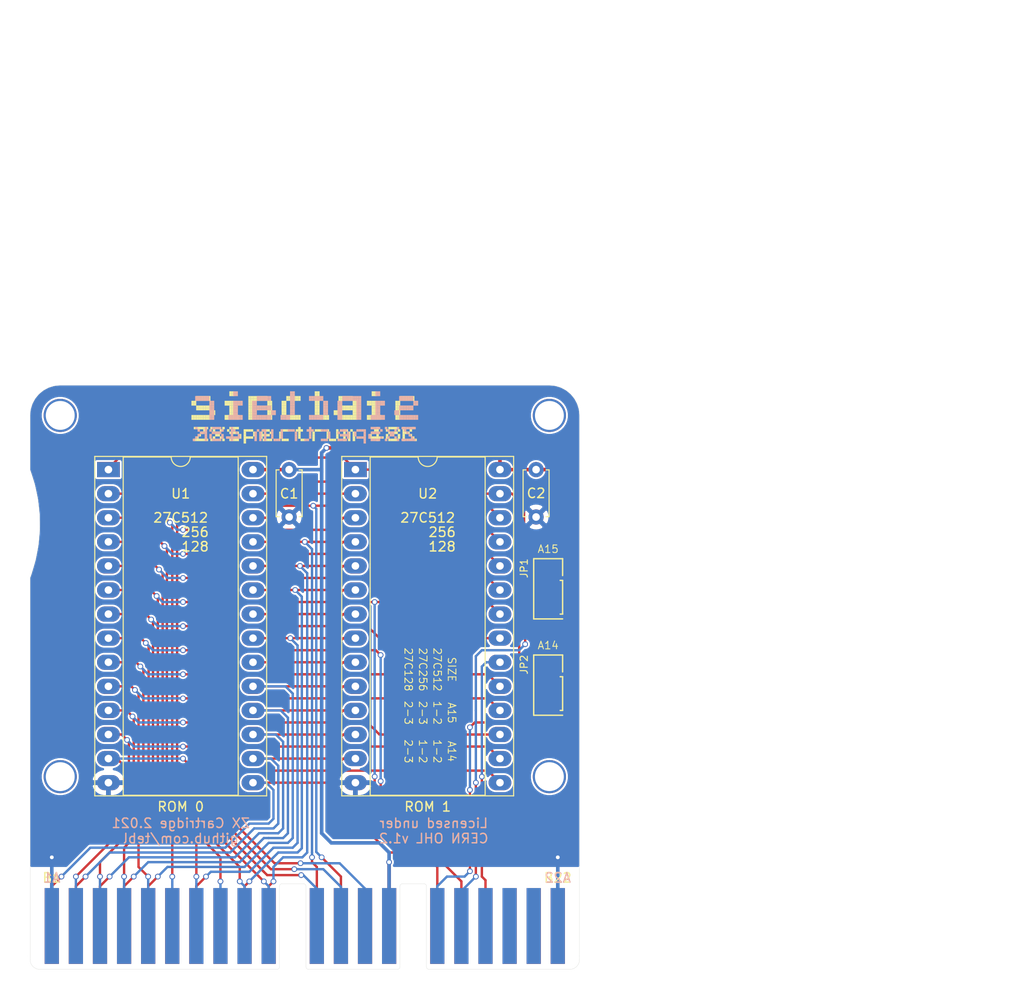
<source format=kicad_pcb>
(kicad_pcb (version 20171130) (host pcbnew "(5.1.8)-1")
  (layers (0 F.Cu signal) (31 B.Cu signal) (34 B.Paste user) (35 F.Paste user) (36 B.SilkS user) (37 F.SilkS user) (38 B.Mask user) (39 F.Mask user) (44 Edge.Cuts user))
  (net 0 "")
  (net 1 /A12)
  (net 2 /A7)
  (net 3 /A6)
  (net 4 /A5)
  (net 5 /A4)
  (net 6 /A3)
  (net 7 /A10)
  (net 8 /A2)
  (net 9 /A1)
  (net 10 /A11)
  (net 11 /A0)
  (net 12 /A9)
  (net 13 /A8)
  (net 14 GND)
  (net 15 VCC)
  (net 16 /D7)
  (net 17 /D6)
  (net 18 /D5)
  (net 19 /D4)
  (net 20 /D3)
  (net 21 /D2)
  (net 22 /D1)
  (net 23 /D0)
  (net 24 /A13)
  (net 25 /~ROM_0)
  (net 26 /~ROM_OE)
  (net 27 /BA14)
  (net 28 /BA15)
  (net 29 /~ROM_1)
  (net 30 "Net-(J1-PadB18)")
  (net 31 "Net-(J1-PadB17)")
  (module zx_spectrum:ZX_Spectrum_Cartridge (layer F.Cu) (at 150.495 116.078)
    (fp_text reference J1 hide)
    (fp_text value Cartridge hide)
    (fp_text user B22 (at 25.4 -5.08) (layer F.SilkS))
    (fp_text user B1 (at -27.94 -5.08) (layer F.SilkS))
    (fp_text user A1 (at -27.94 -5.08) (layer B.SilkS) (effects (justify mirror)))
    (fp_text user A22 (at 25.4 -5.08) (layer B.SilkS) (effects (justify mirror)))
    (pad B22 connect rect (at 25.4 0) (size 1.5 8) (layers B.Cu B.Mask) (net 14 GND))
    (pad B21 connect rect (at 22.86 0) (size 1.5 8) (layers B.Cu B.Mask))
    (pad B20 connect rect (at 20.32 0) (size 1.5 8) (layers B.Cu B.Mask))
    (pad B19 connect rect (at 17.78 0) (size 1.5 8) (layers B.Cu B.Mask))
    (pad B18 connect rect (at 15.24 0) (size 1.5 8) (layers B.Cu B.Mask) (net 30 "Net-(J1-PadB18)"))
    (pad B17 connect rect (at 12.7 0) (size 1.5 8) (layers B.Cu B.Mask) (net 31 "Net-(J1-PadB17)"))
    (pad B15 connect rect (at 7.62 0) (size 1.5 8) (layers B.Cu B.Mask) (net 15 VCC))
    (pad B14 connect rect (at 5.08 0) (size 1.5 8) (layers B.Cu B.Mask) (net 1 /A12))
    (pad B13 connect rect (at 2.54 0) (size 1.5 8) (layers B.Cu B.Mask) (net 2 /A7))
    (pad B12 connect rect (at 0 0) (size 1.5 8) (layers B.Cu B.Mask) (net 3 /A6))
    (pad B10 connect rect (at -5.08 0) (size 1.5 8) (layers B.Cu B.Mask) (net 4 /A5))
    (pad B9 connect rect (at -7.62 0) (size 1.5 8) (layers B.Cu B.Mask) (net 5 /A4))
    (pad B8 connect rect (at -10.16 0) (size 1.5 8) (layers B.Cu B.Mask) (net 6 /A3))
    (pad B7 connect rect (at -12.7 0) (size 1.5 8) (layers B.Cu B.Mask) (net 8 /A2))
    (pad B6 connect rect (at -15.24 0) (size 1.5 8) (layers B.Cu B.Mask) (net 9 /A1))
    (pad B5 connect rect (at -17.78 0) (size 1.5 8) (layers B.Cu B.Mask) (net 11 /A0))
    (pad B4 connect rect (at -20.32 0) (size 1.5 8) (layers B.Cu B.Mask) (net 23 /D0))
    (pad B3 connect rect (at -22.86 0) (size 1.5 8) (layers B.Cu B.Mask) (net 22 /D1))
    (pad B2 connect rect (at -25.4 0) (size 1.5 8) (layers B.Cu B.Mask) (net 21 /D2))
    (pad A22 connect rect (at 25.4 0) (size 1.5 8) (layers F.Cu B.Mask))
    (pad A21 connect rect (at 22.86 0) (size 1.5 8) (layers F.Cu B.Mask))
    (pad A20 connect rect (at 20.32 0) (size 1.5 8) (layers F.Cu B.Mask))
    (pad A19 connect rect (at 17.78 0) (size 1.5 8) (layers F.Cu B.Mask) (net 29 /~ROM_1))
    (pad A18 connect rect (at 15.24 0) (size 1.5 8) (layers F.Cu B.Mask) (net 25 /~ROM_0))
    (pad A17 connect rect (at 12.7 0) (size 1.5 8) (layers F.Cu B.Mask) (net 26 /~ROM_OE))
    (pad A15 connect rect (at 7.62 0) (size 1.5 8) (layers F.Cu B.Mask) (net 15 VCC))
    (pad A14 connect rect (at 5.08 0) (size 1.5 8) (layers F.Cu B.Mask))
    (pad A13 connect rect (at 2.54 0) (size 1.5 8) (layers F.Cu B.Mask) (net 24 /A13))
    (pad A12 connect rect (at 0 0) (size 1.5 8) (layers F.Cu B.Mask) (net 13 /A8))
    (pad A10 connect rect (at -5.08 0) (size 1.5 8) (layers F.Cu B.Mask) (net 12 /A9))
    (pad A9 connect rect (at -7.62 0) (size 1.5 8) (layers F.Cu B.Mask) (net 10 /A11))
    (pad A8 connect rect (at -10.16 0) (size 1.5 8) (layers F.Cu B.Mask))
    (pad A7 connect rect (at -12.7 0) (size 1.5 8) (layers F.Cu B.Mask) (net 7 /A10))
    (pad A6 connect rect (at -15.24 0) (size 1.5 8) (layers F.Cu B.Mask))
    (pad A5 connect rect (at -17.78 0) (size 1.5 8) (layers F.Cu B.Mask) (net 16 /D7))
    (pad A4 connect rect (at -20.32 0) (size 1.5 8) (layers F.Cu B.Mask) (net 17 /D6))
    (pad A3 connect rect (at -22.86 0) (size 1.5 8) (layers F.Cu B.Mask) (net 18 /D5))
    (pad A2 connect rect (at -25.4 0) (size 1.5 8) (layers F.Cu B.Mask) (net 19 /D4))
    (pad A1 connect rect (at -27.94 0) (size 1.5 8) (layers F.Cu B.Mask) (net 20 /D3))
    (pad B1 connect rect (at -27.94 0) (size 1.5 8) (layers B.Cu B.Mask) (net 14 GND))
  )
  (module artwork:sinclair_title (layer B.Cu) (at 161.671 59.69 180)
    (fp_text reference sinclair_title hide)
    (fp_text value "" (at 0 0) (layer B.SilkS) (effects (font (size 1.27 1.27)) (justify mirror)))
  )
  (module artwork:sinclair_title (layer F.Cu) (at 136.779 59.69)
    (fp_text reference sinclair_title hide)
    (fp_text value "" (at 0 0) (layer F.SilkS) (effects (font (size 1.27 1.27))))
  )
  (module Capacitor_THT:C_Disc_D4.7mm_W2.5mm_P5.00mm (layer F.Cu) (at 147.574 67.945 270)
    (fp_text reference C1 (at 2.54 0 180) (layer F.SilkS))
    (fp_text value 100nF)
    (pad 1 thru_hole circle (at 0 0 270) (size 1.6 1.6) (drill 0.8) (layers *.Cu *.Mask) (net 15 VCC))
    (pad 2 thru_hole circle (at 5 0 270) (size 1.6 1.6) (drill 0.8) (layers *.Cu *.Mask) (net 14 GND))
  )
  (module Package_DIP:DIP-28_W15.24mm_Socket_LongPads (layer F.Cu) (at 128.524 67.945)
    (fp_text reference U1 (at 7.62 2.54) (layer F.SilkS))
    (fp_text value 27C512 (at 7.62 5.08) (layer F.SilkS))
    (pad 1 thru_hole rect (at 0 0) (size 2.4 1.6) (drill 0.8) (layers *.Cu *.Mask) (net 28 /BA15))
    (pad 15 thru_hole oval (at 15.24 33.02) (size 2.4 1.6) (drill 0.8) (layers *.Cu *.Mask) (net 20 /D3))
    (pad 2 thru_hole oval (at 0 2.54) (size 2.4 1.6) (drill 0.8) (layers *.Cu *.Mask) (net 1 /A12))
    (pad 16 thru_hole oval (at 15.24 30.48) (size 2.4 1.6) (drill 0.8) (layers *.Cu *.Mask) (net 19 /D4))
    (pad 3 thru_hole oval (at 0 5.08) (size 2.4 1.6) (drill 0.8) (layers *.Cu *.Mask) (net 2 /A7))
    (pad 17 thru_hole oval (at 15.24 27.94) (size 2.4 1.6) (drill 0.8) (layers *.Cu *.Mask) (net 18 /D5))
    (pad 4 thru_hole oval (at 0 7.62) (size 2.4 1.6) (drill 0.8) (layers *.Cu *.Mask) (net 3 /A6))
    (pad 18 thru_hole oval (at 15.24 25.4) (size 2.4 1.6) (drill 0.8) (layers *.Cu *.Mask) (net 17 /D6))
    (pad 5 thru_hole oval (at 0 10.16) (size 2.4 1.6) (drill 0.8) (layers *.Cu *.Mask) (net 4 /A5))
    (pad 19 thru_hole oval (at 15.24 22.86) (size 2.4 1.6) (drill 0.8) (layers *.Cu *.Mask) (net 16 /D7))
    (pad 6 thru_hole oval (at 0 12.7) (size 2.4 1.6) (drill 0.8) (layers *.Cu *.Mask) (net 5 /A4))
    (pad 20 thru_hole oval (at 15.24 20.32) (size 2.4 1.6) (drill 0.8) (layers *.Cu *.Mask) (net 25 /~ROM_0))
    (pad 7 thru_hole oval (at 0 15.24) (size 2.4 1.6) (drill 0.8) (layers *.Cu *.Mask) (net 6 /A3))
    (pad 21 thru_hole oval (at 15.24 17.78) (size 2.4 1.6) (drill 0.8) (layers *.Cu *.Mask) (net 7 /A10))
    (pad 8 thru_hole oval (at 0 17.78) (size 2.4 1.6) (drill 0.8) (layers *.Cu *.Mask) (net 8 /A2))
    (pad 22 thru_hole oval (at 15.24 15.24) (size 2.4 1.6) (drill 0.8) (layers *.Cu *.Mask) (net 26 /~ROM_OE))
    (pad 9 thru_hole oval (at 0 20.32) (size 2.4 1.6) (drill 0.8) (layers *.Cu *.Mask) (net 9 /A1))
    (pad 23 thru_hole oval (at 15.24 12.7) (size 2.4 1.6) (drill 0.8) (layers *.Cu *.Mask) (net 10 /A11))
    (pad 10 thru_hole oval (at 0 22.86) (size 2.4 1.6) (drill 0.8) (layers *.Cu *.Mask) (net 11 /A0))
    (pad 24 thru_hole oval (at 15.24 10.16) (size 2.4 1.6) (drill 0.8) (layers *.Cu *.Mask) (net 12 /A9))
    (pad 11 thru_hole oval (at 0 25.4) (size 2.4 1.6) (drill 0.8) (layers *.Cu *.Mask) (net 23 /D0))
    (pad 25 thru_hole oval (at 15.24 7.62) (size 2.4 1.6) (drill 0.8) (layers *.Cu *.Mask) (net 13 /A8))
    (pad 12 thru_hole oval (at 0 27.94) (size 2.4 1.6) (drill 0.8) (layers *.Cu *.Mask) (net 22 /D1))
    (pad 26 thru_hole oval (at 15.24 5.08) (size 2.4 1.6) (drill 0.8) (layers *.Cu *.Mask) (net 24 /A13))
    (pad 13 thru_hole oval (at 0 30.48) (size 2.4 1.6) (drill 0.8) (layers *.Cu *.Mask) (net 21 /D2))
    (pad 27 thru_hole oval (at 15.24 2.54) (size 2.4 1.6) (drill 0.8) (layers *.Cu *.Mask) (net 27 /BA14))
    (pad 14 thru_hole oval (at 0 33.02) (size 2.4 1.6) (drill 0.8) (layers *.Cu *.Mask) (net 14 GND))
    (pad 28 thru_hole oval (at 15.24 0) (size 2.4 1.6) (drill 0.8) (layers *.Cu *.Mask) (net 15 VCC))
  )
  (module mounting:M3_pin (layer F.Cu) (at 123.444 100.33)
    (fp_text reference M1 hide)
    (fp_text value Mounting hide)
    (pad 1 thru_hole circle (at 0 0) (size 3.5 3.5) (drill 3.048) (layers *.Cu *.Mask))
  )
  (module mounting:M3_pin (layer F.Cu) (at 175.011 100.33)
    (fp_text reference M2 hide)
    (fp_text value Mounting hide)
    (pad 1 thru_hole circle (at 0 0) (size 3.5 3.5) (drill 3.048) (layers *.Cu *.Mask))
  )
  (module mounting:M3_pin (layer F.Cu) (at 175.011 62.23)
    (fp_text reference M3 hide)
    (fp_text value Mounting hide)
    (pad 1 thru_hole circle (at 0 0) (size 3.5 3.5) (drill 3.048) (layers *.Cu *.Mask))
  )
  (module mounting:M3_pin (layer F.Cu) (at 123.444 62.23)
    (fp_text reference M4 hide)
    (fp_text value Mounting hide)
    (pad 1 thru_hole circle (at 0 0) (size 3.5 3.5) (drill 3.048) (layers *.Cu *.Mask))
  )
  (module Capacitor_THT:C_Disc_D4.7mm_W2.5mm_P5.00mm (layer F.Cu) (at 173.609 67.945 270)
    (fp_text reference C2 (at 2.5 0 180) (layer F.SilkS))
    (fp_text value 100nF)
    (pad 1 thru_hole circle (at 0 0 270) (size 1.6 1.6) (drill 0.8) (layers *.Cu *.Mask) (net 15 VCC))
    (pad 2 thru_hole circle (at 5 0 270) (size 1.6 1.6) (drill 0.8) (layers *.Cu *.Mask) (net 14 GND))
  )
  (module Package_DIP:DIP-28_W15.24mm_Socket_LongPads (layer F.Cu) (at 154.559 67.945)
    (fp_text reference U2 (at 7.62 2.54) (layer F.SilkS))
    (fp_text value 27C512 (at 7.62 5.08) (layer F.SilkS))
    (pad 1 thru_hole rect (at 0 0) (size 2.4 1.6) (drill 0.8) (layers *.Cu *.Mask) (net 28 /BA15))
    (pad 15 thru_hole oval (at 15.24 33.02) (size 2.4 1.6) (drill 0.8) (layers *.Cu *.Mask) (net 20 /D3))
    (pad 2 thru_hole oval (at 0 2.54) (size 2.4 1.6) (drill 0.8) (layers *.Cu *.Mask) (net 1 /A12))
    (pad 16 thru_hole oval (at 15.24 30.48) (size 2.4 1.6) (drill 0.8) (layers *.Cu *.Mask) (net 19 /D4))
    (pad 3 thru_hole oval (at 0 5.08) (size 2.4 1.6) (drill 0.8) (layers *.Cu *.Mask) (net 2 /A7))
    (pad 17 thru_hole oval (at 15.24 27.94) (size 2.4 1.6) (drill 0.8) (layers *.Cu *.Mask) (net 18 /D5))
    (pad 4 thru_hole oval (at 0 7.62) (size 2.4 1.6) (drill 0.8) (layers *.Cu *.Mask) (net 3 /A6))
    (pad 18 thru_hole oval (at 15.24 25.4) (size 2.4 1.6) (drill 0.8) (layers *.Cu *.Mask) (net 17 /D6))
    (pad 5 thru_hole oval (at 0 10.16) (size 2.4 1.6) (drill 0.8) (layers *.Cu *.Mask) (net 4 /A5))
    (pad 19 thru_hole oval (at 15.24 22.86) (size 2.4 1.6) (drill 0.8) (layers *.Cu *.Mask) (net 16 /D7))
    (pad 6 thru_hole oval (at 0 12.7) (size 2.4 1.6) (drill 0.8) (layers *.Cu *.Mask) (net 5 /A4))
    (pad 20 thru_hole oval (at 15.24 20.32) (size 2.4 1.6) (drill 0.8) (layers *.Cu *.Mask) (net 29 /~ROM_1))
    (pad 7 thru_hole oval (at 0 15.24) (size 2.4 1.6) (drill 0.8) (layers *.Cu *.Mask) (net 6 /A3))
    (pad 21 thru_hole oval (at 15.24 17.78) (size 2.4 1.6) (drill 0.8) (layers *.Cu *.Mask) (net 7 /A10))
    (pad 8 thru_hole oval (at 0 17.78) (size 2.4 1.6) (drill 0.8) (layers *.Cu *.Mask) (net 8 /A2))
    (pad 22 thru_hole oval (at 15.24 15.24) (size 2.4 1.6) (drill 0.8) (layers *.Cu *.Mask) (net 26 /~ROM_OE))
    (pad 9 thru_hole oval (at 0 20.32) (size 2.4 1.6) (drill 0.8) (layers *.Cu *.Mask) (net 9 /A1))
    (pad 23 thru_hole oval (at 15.24 12.7) (size 2.4 1.6) (drill 0.8) (layers *.Cu *.Mask) (net 10 /A11))
    (pad 10 thru_hole oval (at 0 22.86) (size 2.4 1.6) (drill 0.8) (layers *.Cu *.Mask) (net 11 /A0))
    (pad 24 thru_hole oval (at 15.24 10.16) (size 2.4 1.6) (drill 0.8) (layers *.Cu *.Mask) (net 12 /A9))
    (pad 11 thru_hole oval (at 0 25.4) (size 2.4 1.6) (drill 0.8) (layers *.Cu *.Mask) (net 23 /D0))
    (pad 25 thru_hole oval (at 15.24 7.62) (size 2.4 1.6) (drill 0.8) (layers *.Cu *.Mask) (net 13 /A8))
    (pad 12 thru_hole oval (at 0 27.94) (size 2.4 1.6) (drill 0.8) (layers *.Cu *.Mask) (net 22 /D1))
    (pad 26 thru_hole oval (at 15.24 5.08) (size 2.4 1.6) (drill 0.8) (layers *.Cu *.Mask) (net 24 /A13))
    (pad 13 thru_hole oval (at 0 30.48) (size 2.4 1.6) (drill 0.8) (layers *.Cu *.Mask) (net 21 /D2))
    (pad 27 thru_hole oval (at 15.24 2.54) (size 2.4 1.6) (drill 0.8) (layers *.Cu *.Mask) (net 27 /BA14))
    (pad 14 thru_hole oval (at 0 33.02) (size 2.4 1.6) (drill 0.8) (layers *.Cu *.Mask) (net 14 GND))
    (pad 28 thru_hole oval (at 15.24 0) (size 2.4 1.6) (drill 0.8) (layers *.Cu *.Mask) (net 15 VCC))
  )
  (module solder_bridge:select (layer F.Cu) (at 174.879 82.423 180)
    (fp_text reference JP1 hide)
    (fp_text value A15 (at 0 6.096 180) (layer F.SilkS) (effects (font (size 0.8 0.8) (thickness 0.1))))
    (fp_text user %R (at 2.54 4.064 270) (layer F.SilkS) (effects (font (size 0.76 0.76) (thickness 0.114))))
    (pad 1 smd rect (at 0 0 180) (size 2 1.5) (layers F.Cu F.Paste F.Mask) (net 30 "Net-(J1-PadB18)"))
    (pad 2 smd oval (at 0 1.905 180) (size 2 1.5) (layers F.Cu F.Paste F.Mask) (net 28 /BA15))
    (pad 3 smd oval (at 0 3.81 180) (size 2 1.5) (layers F.Cu F.Paste F.Mask) (net 15 VCC))
  )
  (module solder_bridge:select (layer F.Cu) (at 174.879 92.583 180)
    (fp_text reference JP2 hide)
    (fp_text value A14 (at 0 6.096 180) (layer F.SilkS) (effects (font (size 0.8 0.8) (thickness 0.1))))
    (fp_text user %R (at 2.54 4.064 270) (layer F.SilkS) (effects (font (size 0.76 0.76) (thickness 0.114))))
    (pad 3 smd oval (at 0 3.81 180) (size 2 1.5) (layers F.Cu F.Paste F.Mask) (net 15 VCC))
    (pad 2 smd oval (at 0 1.905 180) (size 2 1.5) (layers F.Cu F.Paste F.Mask) (net 27 /BA14))
    (pad 1 smd rect (at 0 0 180) (size 2 1.5) (layers F.Cu F.Paste F.Mask) (net 31 "Net-(J1-PadB17)"))
  )
  (gr_text "Licensed under\nCERN OHL v1.2" (at 162.814 106.045) (layer B.SilkS) (effects (font (size 1 1)) (justify mirror)))
  (gr_text "ZX Cartridge 2.021\ngithub.com/tebl" (at 136.144 106.045) (layer B.SilkS) (effects (font (size 1 1)) (justify mirror)))
  (gr_line (start 120.269 67.945) (end 120.269 62.23) (layer Edge.Cuts) (width 0.0254))
  (gr_arc (start 105.029001 73.66) (end 120.269 79.374999) (angle -41.11209044) (layer Edge.Cuts) (width 0.0254))
  (gr_text 256 (at 136.144 74.549) (layer F.SilkS) (effects (font (size 1 1)) (justify left)))
  (gr_text 128 (at 136.144 76.073) (layer F.SilkS) (effects (font (size 1 1)) (justify left)))
  (gr_text 128 (at 162.179 76.073) (layer F.SilkS) (effects (font (size 1 1)) (justify left)))
  (gr_text 256 (at 162.179 74.549) (layer F.SilkS) (effects (font (size 1 1)) (justify left)))
  (gr_text SIZE (at 164.719 89.027 270) (layer F.SilkS) (effects (font (size 0.8 0.8) (thickness 0.1))))
  (gr_text 27C128 (at 160.147 89.027 270) (layer F.SilkS) (effects (font (size 0.8 0.8) (thickness 0.1))))
  (gr_text 27C256 (at 161.671 89.027 270) (layer F.SilkS) (effects (font (size 0.8 0.8) (thickness 0.1))))
  (gr_text 27C512 (at 163.195 89.027 270) (layer F.SilkS) (effects (font (size 0.8 0.8) (thickness 0.1))))
  (gr_text 2-3 (at 160.147 97.663 270) (layer F.SilkS) (effects (font (size 0.8 0.8) (thickness 0.1))))
  (gr_text 2-3 (at 160.147 93.599 270) (layer F.SilkS) (effects (font (size 0.8 0.8) (thickness 0.1))))
  (gr_text 2-3 (at 161.671 93.599 270) (layer F.SilkS) (effects (font (size 0.8 0.8) (thickness 0.1))))
  (gr_text 1-2 (at 161.671 97.663 270) (layer F.SilkS) (effects (font (size 0.8 0.8) (thickness 0.1))))
  (gr_text 1-2 (at 163.195 97.663 270) (layer F.SilkS) (effects (font (size 0.8 0.8) (thickness 0.1))))
  (gr_text 1-2 (at 163.195 93.599 270) (layer F.SilkS) (effects (font (size 0.8 0.8) (thickness 0.1))))
  (gr_text A14 (at 164.719 97.663 270) (layer F.SilkS) (effects (font (size 0.8 0.8) (thickness 0.1))))
  (gr_text A15 (at 164.719 93.599 270) (layer F.SilkS) (effects (font (size 0.8 0.8) (thickness 0.1))))
  (gr_text "ROM 1" (at 162.179 103.505) (layer F.SilkS) (effects (font (size 1 1))))
  (gr_text "ROM 0" (at 136.144 103.505) (layer F.SilkS) (effects (font (size 1 1))))
  (gr_line (start 123.444 59.055) (end 175.006 59.055) (layer Edge.Cuts) (width 0.0254))
  (gr_arc (start 175.006 62.23) (end 178.181 62.23) (angle -90) (layer Edge.Cuts) (width 0.0254))
  (gr_arc (start 123.444 62.23) (end 123.444 59.055) (angle -90) (layer Edge.Cuts) (width 0.0254))
  (gr_line (start 162.306 120.65) (end 177.165 120.65) (layer Edge.Cuts) (width 0.0254))
  (gr_line (start 149.606 120.65) (end 159.004 120.65) (layer Edge.Cuts) (width 0.0254))
  (gr_line (start 162.052 111.887) (end 162.052 120.396) (layer Edge.Cuts) (width 0.0254))
  (gr_line (start 159.258 120.396) (end 159.258 111.887) (layer Edge.Cuts) (width 0.0254))
  (gr_arc (start 161.798 111.887) (end 162.052 111.887) (angle -90) (layer Edge.Cuts) (width 0.0254))
  (gr_arc (start 162.306 120.396) (end 162.052 120.396) (angle -90) (layer Edge.Cuts) (width 0.0254))
  (gr_arc (start 159.512 111.887) (end 159.512 111.633) (angle -90) (layer Edge.Cuts) (width 0.0254))
  (gr_arc (start 159.004 120.396) (end 159.004 120.65) (angle -90) (layer Edge.Cuts) (width 0.0254))
  (gr_line (start 159.512 111.633) (end 161.798 111.633) (layer Edge.Cuts) (width 0.0254))
  (gr_line (start 146.304 120.65) (end 121.285 120.65) (layer Edge.Cuts) (width 0.0254))
  (gr_line (start 149.352 111.887) (end 149.352 120.396) (layer Edge.Cuts) (width 0.0254))
  (gr_line (start 146.812 111.633) (end 149.098 111.633) (layer Edge.Cuts) (width 0.0254))
  (gr_line (start 146.558 120.396) (end 146.558 111.887) (layer Edge.Cuts) (width 0.0254))
  (gr_arc (start 146.304 120.396) (end 146.304 120.65) (angle -90) (layer Edge.Cuts) (width 0.0254))
  (gr_arc (start 146.812 111.887) (end 146.812 111.633) (angle -90) (layer Edge.Cuts) (width 0.0254))
  (gr_arc (start 149.098 111.887) (end 149.352 111.887) (angle -90) (layer Edge.Cuts) (width 0.0254))
  (gr_arc (start 149.606 120.396) (end 149.352 120.396) (angle -90) (layer Edge.Cuts) (width 0.0254))
  (gr_line (start 178.181 62.23) (end 178.181 119.253) (angle 90) (layer Edge.Cuts) (width 0.0254))
  (gr_line (start 120.269 119.253) (end 120.269 119.634) (angle 90) (layer Edge.Cuts) (width 0.0254))
  (gr_arc (start 121.285 119.634) (end 121.285 120.65) (angle 90) (layer Edge.Cuts) (width 0.0254))
  (gr_line (start 178.181 119.634) (end 178.181 119.253) (angle 90) (layer Edge.Cuts) (width 0.0254))
  (gr_arc (start 177.165 119.634) (end 178.181 119.634) (angle 90) (layer Edge.Cuts) (width 0.0254))
  (gr_line (start 120.269 79.374999) (end 120.269 119.253) (angle 90) (layer Edge.Cuts) (width 0.0254))
  (segment (start 135.001 70.485) (end 128.524 70.485) (width 0.25) (layer F.Cu) (net 1))
  (segment (start 135.763 71.247) (end 135.001 70.485) (width 0.25) (layer F.Cu) (net 1))
  (segment (start 136.271 71.755) (end 135.763 71.247) (width 0.25) (layer F.Cu) (net 1))
  (segment (start 145.161 71.755) (end 136.271 71.755) (width 0.25) (layer F.Cu) (net 1))
  (segment (start 146.431 70.485) (end 145.161 71.755) (width 0.25) (layer F.Cu) (net 1))
  (segment (start 154.559 70.485) (end 146.431 70.485) (width 0.25) (layer F.Cu) (net 1))
  (via (at 148.773358 109.464) (size 0.6) (drill 0.4) (layers F.Cu B.Cu) (net 1))
  (segment (start 146.04 109.464) (end 148.773358 109.464) (width 0.25) (layer F.Cu) (net 1))
  (segment (start 135.763 99.187) (end 146.04 109.464) (width 0.25) (layer F.Cu) (net 1))
  (segment (start 135.763 71.247) (end 135.763 99.187) (width 0.25) (layer F.Cu) (net 1))
  (segment (start 155.575 112.141) (end 155.575 116.078) (width 0.25) (layer B.Cu) (net 1))
  (segment (start 152.898 109.464) (end 155.575 112.141) (width 0.25) (layer B.Cu) (net 1))
  (segment (start 148.773358 109.464) (end 152.898 109.464) (width 0.25) (layer B.Cu) (net 1))
  (segment (start 135.255 99.695) (end 135.255 73.787) (width 0.25) (layer F.Cu) (net 2))
  (segment (start 134.493 73.025) (end 128.524 73.025) (width 0.25) (layer F.Cu) (net 2))
  (segment (start 145.415 109.855) (end 135.255 99.695) (width 0.25) (layer F.Cu) (net 2))
  (segment (start 154.559 73.025) (end 153.289 73.025) (width 0.25) (layer F.Cu) (net 2))
  (via (at 136.388 74.295) (size 0.6) (drill 0.4) (layers F.Cu B.Cu) (net 2))
  (segment (start 152.019 74.295) (end 136.388 74.295) (width 0.25) (layer F.Cu) (net 2))
  (segment (start 153.289 73.025) (end 152.019 74.295) (width 0.25) (layer F.Cu) (net 2))
  (segment (start 135.763 74.295) (end 135.001 73.533) (width 0.25) (layer B.Cu) (net 2))
  (segment (start 136.388 74.295) (end 135.763 74.295) (width 0.25) (layer B.Cu) (net 2))
  (via (at 135.001 73.533) (size 0.6) (drill 0.4) (layers F.Cu B.Cu) (net 2))
  (segment (start 135.001 73.533) (end 134.493 73.025) (width 0.25) (layer F.Cu) (net 2))
  (segment (start 135.255 73.787) (end 135.001 73.533) (width 0.25) (layer F.Cu) (net 2))
  (via (at 148.115761 110.089) (size 0.6) (drill 0.4) (layers F.Cu B.Cu) (net 2))
  (segment (start 145.649 110.089) (end 148.115761 110.089) (width 0.25) (layer F.Cu) (net 2))
  (segment (start 145.415 109.855) (end 145.649 110.089) (width 0.25) (layer F.Cu) (net 2))
  (segment (start 153.035 111.9505) (end 153.035 116.078) (width 0.25) (layer B.Cu) (net 2))
  (segment (start 151.1735 110.089) (end 153.035 111.9505) (width 0.25) (layer B.Cu) (net 2))
  (segment (start 148.115761 110.089) (end 151.1735 110.089) (width 0.25) (layer B.Cu) (net 2))
  (segment (start 133.985 75.565) (end 128.524 75.565) (width 0.25) (layer F.Cu) (net 3))
  (segment (start 134.68901 100.14501) (end 134.68901 76.26901) (width 0.25) (layer F.Cu) (net 3))
  (segment (start 144.907 110.363) (end 134.68901 100.14501) (width 0.25) (layer F.Cu) (net 3))
  (segment (start 154.559 75.565) (end 153.289 75.565) (width 0.25) (layer F.Cu) (net 3))
  (via (at 136.388 76.835) (size 0.6) (drill 0.4) (layers F.Cu B.Cu) (net 3))
  (segment (start 152.019 76.835) (end 136.388 76.835) (width 0.25) (layer F.Cu) (net 3))
  (segment (start 153.289 75.565) (end 152.019 76.835) (width 0.25) (layer F.Cu) (net 3))
  (via (at 134.4295 76.0095) (size 0.6) (drill 0.4) (layers F.Cu B.Cu) (net 3))
  (segment (start 135.255 76.835) (end 134.4295 76.0095) (width 0.25) (layer B.Cu) (net 3))
  (segment (start 136.388 76.835) (end 135.255 76.835) (width 0.25) (layer B.Cu) (net 3))
  (segment (start 134.4295 76.0095) (end 133.985 75.565) (width 0.25) (layer F.Cu) (net 3))
  (segment (start 134.68901 76.26901) (end 134.4295 76.0095) (width 0.25) (layer F.Cu) (net 3))
  (via (at 148.844 110.714) (size 0.6) (drill 0.4) (layers F.Cu B.Cu) (net 3))
  (segment (start 145.258 110.714) (end 148.844 110.714) (width 0.25) (layer F.Cu) (net 3))
  (segment (start 144.907 110.363) (end 145.258 110.714) (width 0.25) (layer F.Cu) (net 3))
  (segment (start 150.495 112.141) (end 150.495 116.078) (width 0.25) (layer B.Cu) (net 3))
  (segment (start 149.068 110.714) (end 150.495 112.141) (width 0.25) (layer B.Cu) (net 3))
  (segment (start 148.844 110.714) (end 149.068 110.714) (width 0.25) (layer B.Cu) (net 3))
  (segment (start 133.477 78.105) (end 128.524 78.105) (width 0.25) (layer F.Cu) (net 4))
  (segment (start 154.559 78.105) (end 153.289 78.105) (width 0.25) (layer F.Cu) (net 4))
  (via (at 136.388 79.375) (size 0.6) (drill 0.4) (layers F.Cu B.Cu) (net 4))
  (segment (start 152.019 79.375) (end 136.388 79.375) (width 0.25) (layer F.Cu) (net 4))
  (segment (start 153.289 78.105) (end 152.019 79.375) (width 0.25) (layer F.Cu) (net 4))
  (via (at 133.858 78.486) (size 0.6) (drill 0.4) (layers F.Cu B.Cu) (net 4))
  (segment (start 134.747 79.375) (end 133.858 78.486) (width 0.25) (layer B.Cu) (net 4))
  (segment (start 136.388 79.375) (end 134.747 79.375) (width 0.25) (layer B.Cu) (net 4))
  (segment (start 133.858 78.486) (end 133.477 78.105) (width 0.25) (layer F.Cu) (net 4))
  (segment (start 145.415 116.078) (end 145.415 111.887) (width 0.25) (layer B.Cu) (net 4))
  (via (at 144.907 111.379) (size 0.6) (drill 0.4) (layers F.Cu B.Cu) (net 4))
  (segment (start 145.415 111.887) (end 144.907 111.379) (width 0.25) (layer B.Cu) (net 4))
  (segment (start 144.399 110.871) (end 144.907 111.379) (width 0.25) (layer F.Cu) (net 4))
  (segment (start 134.239 100.711) (end 144.399 110.871) (width 0.25) (layer F.Cu) (net 4))
  (segment (start 134.239 78.867) (end 134.239 100.711) (width 0.25) (layer F.Cu) (net 4))
  (segment (start 133.858 78.486) (end 134.239 78.867) (width 0.25) (layer F.Cu) (net 4))
  (segment (start 132.969 80.645) (end 128.524 80.645) (width 0.25) (layer F.Cu) (net 5))
  (segment (start 154.559 80.645) (end 153.289 80.645) (width 0.25) (layer F.Cu) (net 5))
  (via (at 136.388 81.915) (size 0.6) (drill 0.4) (layers F.Cu B.Cu) (net 5))
  (segment (start 152.019 81.915) (end 136.388 81.915) (width 0.25) (layer F.Cu) (net 5))
  (segment (start 153.289 80.645) (end 152.019 81.915) (width 0.25) (layer F.Cu) (net 5))
  (via (at 133.604 81.28) (size 0.6) (drill 0.4) (layers F.Cu B.Cu) (net 5))
  (segment (start 136.388 81.915) (end 134.239 81.915) (width 0.25) (layer B.Cu) (net 5))
  (segment (start 133.604 81.28) (end 132.969 80.645) (width 0.25) (layer F.Cu) (net 5))
  (segment (start 134.239 81.915) (end 133.604 81.28) (width 0.25) (layer B.Cu) (net 5))
  (segment (start 133.731 81.407) (end 133.604 81.28) (width 0.25) (layer F.Cu) (net 5))
  (via (at 142.367 111.379) (size 0.6) (drill 0.4) (layers F.Cu B.Cu) (net 5))
  (segment (start 142.875 111.887) (end 142.367 111.379) (width 0.25) (layer B.Cu) (net 5))
  (segment (start 142.875 116.078) (end 142.875 111.887) (width 0.25) (layer B.Cu) (net 5))
  (segment (start 135.255 102.743) (end 133.731 101.219) (width 0.25) (layer F.Cu) (net 5))
  (segment (start 142.367 109.855) (end 135.255 102.743) (width 0.25) (layer F.Cu) (net 5))
  (segment (start 142.367 111.379) (end 142.367 109.855) (width 0.25) (layer F.Cu) (net 5))
  (segment (start 133.731 101.219) (end 133.731 81.407) (width 0.25) (layer F.Cu) (net 5))
  (segment (start 132.461 83.185) (end 128.524 83.185) (width 0.25) (layer F.Cu) (net 6))
  (segment (start 154.559 83.185) (end 153.289 83.185) (width 0.25) (layer F.Cu) (net 6))
  (via (at 136.388 84.455) (size 0.6) (drill 0.4) (layers F.Cu B.Cu) (net 6))
  (segment (start 152.019 84.455) (end 136.388 84.455) (width 0.25) (layer F.Cu) (net 6))
  (segment (start 153.289 83.185) (end 152.019 84.455) (width 0.25) (layer F.Cu) (net 6))
  (via (at 133.0325 83.7565) (size 0.6) (drill 0.4) (layers F.Cu B.Cu) (net 6))
  (segment (start 133.731 84.455) (end 133.0325 83.7565) (width 0.25) (layer B.Cu) (net 6))
  (segment (start 136.388 84.455) (end 133.731 84.455) (width 0.25) (layer B.Cu) (net 6))
  (segment (start 133.0325 83.7565) (end 132.461 83.185) (width 0.25) (layer F.Cu) (net 6))
  (segment (start 133.223 83.947) (end 133.0325 83.7565) (width 0.25) (layer F.Cu) (net 6))
  (via (at 140.335 111.379) (size 0.6) (drill 0.4) (layers F.Cu B.Cu) (net 6))
  (segment (start 140.335 116.078) (end 140.335 111.379) (width 0.25) (layer B.Cu) (net 6))
  (segment (start 140.335 108.839) (end 133.223 101.727) (width 0.25) (layer F.Cu) (net 6))
  (segment (start 140.335 111.379) (end 140.335 108.839) (width 0.25) (layer F.Cu) (net 6))
  (segment (start 133.223 101.727) (end 133.223 83.947) (width 0.25) (layer F.Cu) (net 6))
  (via (at 147.701 85.725) (size 0.6) (drill 0.4) (layers F.Cu B.Cu) (net 7))
  (segment (start 155.829 84.455) (end 157.099 85.725) (width 0.25) (layer F.Cu) (net 7))
  (segment (start 153.289 84.455) (end 155.829 84.455) (width 0.25) (layer F.Cu) (net 7))
  (segment (start 152.019 85.725) (end 153.289 84.455) (width 0.25) (layer F.Cu) (net 7))
  (segment (start 143.764 85.725) (end 152.019 85.725) (width 0.25) (layer F.Cu) (net 7))
  (segment (start 157.099 85.725) (end 169.799 85.725) (width 0.25) (layer F.Cu) (net 7))
  (segment (start 148.463 107.315) (end 147.955 107.823) (width 0.25) (layer B.Cu) (net 7))
  (segment (start 148.463 86.487) (end 148.463 107.315) (width 0.25) (layer B.Cu) (net 7))
  (segment (start 147.701 85.725) (end 148.463 86.487) (width 0.25) (layer B.Cu) (net 7))
  (segment (start 137.795 111.887) (end 138.811 110.871) (width 0.25) (layer F.Cu) (net 7))
  (segment (start 137.795 116.078) (end 137.795 111.887) (width 0.25) (layer F.Cu) (net 7))
  (via (at 138.811 110.871) (size 0.6) (drill 0.4) (layers F.Cu B.Cu) (net 7))
  (segment (start 139.319 110.363) (end 143.383 110.363) (width 0.25) (layer B.Cu) (net 7))
  (segment (start 147.955 107.823) (end 145.923 107.823) (width 0.25) (layer B.Cu) (net 7))
  (segment (start 143.383 110.363) (end 145.923 107.823) (width 0.25) (layer B.Cu) (net 7))
  (segment (start 139.319 110.363) (end 138.811 110.871) (width 0.25) (layer B.Cu) (net 7))
  (segment (start 131.953 85.725) (end 128.524 85.725) (width 0.25) (layer F.Cu) (net 8))
  (segment (start 154.559 85.725) (end 153.289 85.725) (width 0.25) (layer F.Cu) (net 8))
  (via (at 136.388 86.995) (size 0.6) (drill 0.4) (layers F.Cu B.Cu) (net 8))
  (segment (start 152.019 86.995) (end 136.388 86.995) (width 0.25) (layer F.Cu) (net 8))
  (segment (start 153.289 85.725) (end 152.019 86.995) (width 0.25) (layer F.Cu) (net 8))
  (via (at 132.461 86.233) (size 0.6) (drill 0.4) (layers F.Cu B.Cu) (net 8))
  (segment (start 133.223 86.995) (end 132.461 86.233) (width 0.25) (layer B.Cu) (net 8))
  (segment (start 136.388 86.995) (end 133.223 86.995) (width 0.25) (layer B.Cu) (net 8))
  (segment (start 132.461 86.233) (end 131.953 85.725) (width 0.25) (layer F.Cu) (net 8))
  (via (at 137.795 110.871016) (size 0.6) (drill 0.4) (layers F.Cu B.Cu) (net 8))
  (segment (start 137.795 116.078) (end 137.795 110.871016) (width 0.25) (layer B.Cu) (net 8))
  (segment (start 132.760999 86.532999) (end 132.461 86.233) (width 0.25) (layer F.Cu) (net 8))
  (segment (start 132.760999 102.280999) (end 132.760999 86.532999) (width 0.25) (layer F.Cu) (net 8))
  (segment (start 137.795 107.315) (end 132.760999 102.280999) (width 0.25) (layer F.Cu) (net 8))
  (segment (start 137.795 110.871016) (end 137.795 107.315) (width 0.25) (layer F.Cu) (net 8))
  (segment (start 128.524 88.265) (end 131.445 88.265) (width 0.25) (layer F.Cu) (net 9))
  (segment (start 154.559 88.265) (end 153.289 88.265) (width 0.25) (layer F.Cu) (net 9))
  (via (at 136.388 89.535) (size 0.6) (drill 0.4) (layers F.Cu B.Cu) (net 9))
  (segment (start 152.019 89.535) (end 136.388 89.535) (width 0.25) (layer F.Cu) (net 9))
  (segment (start 153.289 88.265) (end 152.019 89.535) (width 0.25) (layer F.Cu) (net 9))
  (segment (start 132.715 89.535) (end 131.8895 88.7095) (width 0.25) (layer B.Cu) (net 9))
  (via (at 131.8895 88.7095) (size 0.6) (drill 0.4) (layers F.Cu B.Cu) (net 9))
  (segment (start 136.388 89.535) (end 132.715 89.535) (width 0.25) (layer B.Cu) (net 9))
  (segment (start 131.8895 88.7095) (end 132.207 89.027) (width 0.25) (layer F.Cu) (net 9))
  (segment (start 131.445 88.265) (end 131.8895 88.7095) (width 0.25) (layer F.Cu) (net 9))
  (via (at 135.255 110.871) (size 0.6) (drill 0.4) (layers F.Cu B.Cu) (net 9))
  (segment (start 135.255 116.078) (end 135.255 110.871) (width 0.25) (layer B.Cu) (net 9))
  (segment (start 135.255 110.871) (end 135.255 105.791) (width 0.25) (layer F.Cu) (net 9))
  (segment (start 135.255 105.791) (end 132.207 102.743) (width 0.25) (layer F.Cu) (net 9))
  (segment (start 132.207 89.027) (end 132.207 102.743) (width 0.25) (layer F.Cu) (net 9))
  (segment (start 168.529 79.375) (end 169.799 80.645) (width 0.25) (layer F.Cu) (net 10))
  (segment (start 153.289 79.375) (end 168.529 79.375) (width 0.25) (layer F.Cu) (net 10))
  (segment (start 152.019 80.645) (end 153.289 79.375) (width 0.25) (layer F.Cu) (net 10))
  (segment (start 143.764 80.645) (end 152.019 80.645) (width 0.25) (layer F.Cu) (net 10))
  (via (at 148.209 80.645) (size 0.6) (drill 0.4) (layers F.Cu B.Cu) (net 10))
  (via (at 143.383 111.379) (size 0.6) (drill 0.4) (layers F.Cu B.Cu) (net 10))
  (segment (start 142.875 111.887) (end 143.383 111.379) (width 0.25) (layer F.Cu) (net 10))
  (segment (start 142.875 116.078) (end 142.875 111.887) (width 0.25) (layer F.Cu) (net 10))
  (segment (start 148.913009 81.349009) (end 148.209 80.645) (width 0.25) (layer B.Cu) (net 10))
  (segment (start 148.913009 107.880991) (end 148.913009 81.349009) (width 0.25) (layer B.Cu) (net 10))
  (segment (start 148.463 108.331) (end 148.913009 107.880991) (width 0.25) (layer B.Cu) (net 10))
  (segment (start 146.431 108.331) (end 148.463 108.331) (width 0.25) (layer B.Cu) (net 10))
  (segment (start 143.383 111.379) (end 146.431 108.331) (width 0.25) (layer B.Cu) (net 10))
  (segment (start 130.937 90.805) (end 128.524 90.805) (width 0.25) (layer F.Cu) (net 11))
  (segment (start 131.699 109.855) (end 131.699 91.567) (width 0.25) (layer F.Cu) (net 11))
  (segment (start 154.559 90.805) (end 153.289 90.805) (width 0.25) (layer F.Cu) (net 11))
  (via (at 136.388 92.075) (size 0.6) (drill 0.4) (layers F.Cu B.Cu) (net 11))
  (segment (start 152.019 92.075) (end 136.388 92.075) (width 0.25) (layer F.Cu) (net 11))
  (segment (start 153.289 90.805) (end 152.019 92.075) (width 0.25) (layer F.Cu) (net 11))
  (segment (start 132.207 92.075) (end 131.318 91.186) (width 0.25) (layer B.Cu) (net 11))
  (segment (start 136.388 92.075) (end 132.207 92.075) (width 0.25) (layer B.Cu) (net 11))
  (via (at 131.318 91.186) (size 0.6) (drill 0.4) (layers F.Cu B.Cu) (net 11))
  (segment (start 131.318 91.186) (end 130.937 90.805) (width 0.25) (layer F.Cu) (net 11))
  (segment (start 131.699 91.567) (end 131.318 91.186) (width 0.25) (layer F.Cu) (net 11))
  (via (at 132.715 110.871) (size 0.6) (drill 0.4) (layers F.Cu B.Cu) (net 11))
  (segment (start 132.715 116.078) (end 132.715 110.871) (width 0.25) (layer B.Cu) (net 11))
  (segment (start 132.715 110.871) (end 131.699 109.855) (width 0.25) (layer F.Cu) (net 11))
  (segment (start 168.529 76.835) (end 169.799 78.105) (width 0.25) (layer F.Cu) (net 12))
  (segment (start 153.289 76.835) (end 168.529 76.835) (width 0.25) (layer F.Cu) (net 12))
  (segment (start 152.019 78.105) (end 153.289 76.835) (width 0.25) (layer F.Cu) (net 12))
  (segment (start 143.764 78.105) (end 152.019 78.105) (width 0.25) (layer F.Cu) (net 12))
  (via (at 148.717 78.105) (size 0.6) (drill 0.4) (layers F.Cu B.Cu) (net 12))
  (via (at 145.923 111.379) (size 0.6) (drill 0.4) (layers F.Cu B.Cu) (net 12))
  (segment (start 145.415 111.887) (end 145.923 111.379) (width 0.25) (layer F.Cu) (net 12))
  (segment (start 145.415 116.078) (end 145.415 111.887) (width 0.25) (layer F.Cu) (net 12))
  (segment (start 145.923 109.855) (end 145.923 111.379) (width 0.25) (layer B.Cu) (net 12))
  (segment (start 146.939 108.839) (end 145.923 109.855) (width 0.25) (layer B.Cu) (net 12))
  (segment (start 148.971 108.839) (end 146.939 108.839) (width 0.25) (layer B.Cu) (net 12))
  (segment (start 149.479 108.331) (end 148.971 108.839) (width 0.25) (layer B.Cu) (net 12))
  (segment (start 149.479 78.867) (end 149.479 108.331) (width 0.25) (layer B.Cu) (net 12))
  (segment (start 148.717 78.105) (end 149.479 78.867) (width 0.25) (layer B.Cu) (net 12))
  (segment (start 149.987 76.327) (end 149.225 75.565) (width 0.25) (layer B.Cu) (net 13))
  (segment (start 149.987 108.331) (end 149.987 76.327) (width 0.25) (layer B.Cu) (net 13))
  (segment (start 153.289 74.295) (end 152.019 75.565) (width 0.25) (layer F.Cu) (net 13))
  (segment (start 168.529 74.295) (end 153.289 74.295) (width 0.25) (layer F.Cu) (net 13))
  (segment (start 152.019 75.565) (end 143.764 75.565) (width 0.25) (layer F.Cu) (net 13))
  (segment (start 169.799 75.565) (end 168.529 74.295) (width 0.25) (layer F.Cu) (net 13))
  (via (at 149.225 75.565) (size 0.6) (drill 0.4) (layers F.Cu B.Cu) (net 13))
  (via (at 149.987 108.839) (size 0.6) (drill 0.4) (layers F.Cu B.Cu) (net 13))
  (segment (start 149.987 108.331) (end 149.987 108.839) (width 0.25) (layer B.Cu) (net 13))
  (segment (start 149.987 108.839) (end 149.987 109.347) (width 0.25) (layer F.Cu) (net 13))
  (segment (start 150.495 109.855) (end 150.495 116.078) (width 0.25) (layer F.Cu) (net 13))
  (segment (start 149.987 109.347) (end 150.495 109.855) (width 0.25) (layer F.Cu) (net 13))
  (via (at 122.555 108.839) (size 0.6) (drill 0.4) (layers F.Cu B.Cu) (net 14))
  (segment (start 122.555 116.078) (end 122.555 108.839) (width 0.381) (layer B.Cu) (net 14))
  (via (at 175.895 108.839) (size 0.6) (drill 0.4) (layers F.Cu B.Cu) (net 14))
  (segment (start 175.895 116.078) (end 175.895 108.839) (width 0.381) (layer B.Cu) (net 14))
  (segment (start 151.003 66.167) (end 151.511 65.659) (width 0.381) (layer B.Cu) (net 15))
  (segment (start 169.799 66.167) (end 169.799 67.945) (width 0.381) (layer F.Cu) (net 15))
  (segment (start 169.291 65.659) (end 169.799 66.167) (width 0.381) (layer F.Cu) (net 15))
  (segment (start 169.799 67.945) (end 173.609 67.945) (width 0.381) (layer F.Cu) (net 15))
  (segment (start 147.574 67.945) (end 151.003 67.945) (width 0.381) (layer B.Cu) (net 15))
  (segment (start 151.003 67.945) (end 151.003 66.167) (width 0.381) (layer B.Cu) (net 15))
  (segment (start 143.764 67.945) (end 147.574 67.945) (width 0.381) (layer F.Cu) (net 15))
  (via (at 151.511 65.659) (size 0.6) (drill 0.4) (layers F.Cu B.Cu) (net 15))
  (segment (start 169.291 65.659) (end 151.511 65.659) (width 0.381) (layer F.Cu) (net 15))
  (segment (start 174.879 67.945) (end 173.609 67.945) (width 0.381) (layer F.Cu) (net 15))
  (segment (start 176.149 88.773) (end 176.911 88.011) (width 0.381) (layer F.Cu) (net 15))
  (segment (start 174.879 88.773) (end 176.149 88.773) (width 0.381) (layer F.Cu) (net 15))
  (segment (start 176.276 78.613) (end 176.911 77.978) (width 0.381) (layer F.Cu) (net 15))
  (segment (start 174.879 78.613) (end 176.276 78.613) (width 0.381) (layer F.Cu) (net 15))
  (segment (start 176.911 77.978) (end 176.911 76.835) (width 0.381) (layer F.Cu) (net 15))
  (segment (start 176.911 88.011) (end 176.911 77.978) (width 0.381) (layer F.Cu) (net 15))
  (segment (start 176.911 76.835) (end 176.911 68.707) (width 0.381) (layer F.Cu) (net 15))
  (segment (start 176.149 67.945) (end 174.879 67.945) (width 0.381) (layer F.Cu) (net 15))
  (segment (start 176.911 68.707) (end 176.149 67.945) (width 0.381) (layer F.Cu) (net 15))
  (via (at 158.115 109.347) (size 0.6) (drill 0.4) (layers F.Cu B.Cu) (net 15))
  (segment (start 158.115 115.57) (end 158.115 109.347) (width 0.381) (layer F.Cu) (net 15))
  (segment (start 158.115 115.57) (end 158.115 109.347) (width 0.381) (layer B.Cu) (net 15))
  (segment (start 158.115 109.347) (end 158.115 108.331) (width 0.381) (layer B.Cu) (net 15))
  (segment (start 158.115 108.331) (end 157.099 107.315) (width 0.381) (layer B.Cu) (net 15))
  (segment (start 157.099 107.315) (end 152.019 107.315) (width 0.381) (layer B.Cu) (net 15))
  (segment (start 152.019 107.315) (end 151.003 106.299) (width 0.381) (layer B.Cu) (net 15))
  (segment (start 151.003 106.299) (end 151.003 68.199) (width 0.381) (layer B.Cu) (net 15))
  (segment (start 151.003 68.199) (end 151.003 67.945) (width 0.381) (layer B.Cu) (net 15))
  (segment (start 147.447 107.315) (end 147.955 106.807) (width 0.25) (layer B.Cu) (net 16))
  (segment (start 147.955 106.807) (end 147.955 91.567) (width 0.25) (layer B.Cu) (net 16))
  (segment (start 147.193 90.805) (end 143.764 90.805) (width 0.25) (layer B.Cu) (net 16))
  (segment (start 147.955 91.567) (end 147.193 90.805) (width 0.25) (layer B.Cu) (net 16))
  (segment (start 168.529 89.535) (end 169.799 90.805) (width 0.25) (layer F.Cu) (net 16))
  (segment (start 153.289 89.535) (end 168.529 89.535) (width 0.25) (layer F.Cu) (net 16))
  (segment (start 152.019 90.805) (end 153.289 89.535) (width 0.25) (layer F.Cu) (net 16))
  (segment (start 143.764 90.805) (end 152.019 90.805) (width 0.25) (layer F.Cu) (net 16))
  (via (at 133.731 110.871) (size 0.6) (drill 0.4) (layers F.Cu B.Cu) (net 16))
  (segment (start 132.715 111.887) (end 133.731 110.871) (width 0.25) (layer F.Cu) (net 16))
  (segment (start 132.715 116.078) (end 132.715 111.887) (width 0.25) (layer F.Cu) (net 16))
  (segment (start 133.731 110.871) (end 134.747 109.855) (width 0.25) (layer B.Cu) (net 16))
  (segment (start 142.875 109.855) (end 145.415 107.315) (width 0.25) (layer B.Cu) (net 16))
  (segment (start 145.415 107.315) (end 147.447 107.315) (width 0.25) (layer B.Cu) (net 16))
  (segment (start 134.747 109.855) (end 142.875 109.855) (width 0.25) (layer B.Cu) (net 16))
  (segment (start 146.939 106.807) (end 147.447 106.299) (width 0.25) (layer B.Cu) (net 17))
  (segment (start 147.447 106.299) (end 147.447 94.107) (width 0.25) (layer B.Cu) (net 17))
  (segment (start 146.685 93.345) (end 143.764 93.345) (width 0.25) (layer B.Cu) (net 17))
  (segment (start 147.447 94.107) (end 146.685 93.345) (width 0.25) (layer B.Cu) (net 17))
  (segment (start 168.529 92.075) (end 169.799 93.345) (width 0.25) (layer F.Cu) (net 17))
  (segment (start 153.289 92.075) (end 168.529 92.075) (width 0.25) (layer F.Cu) (net 17))
  (segment (start 152.019 93.345) (end 153.289 92.075) (width 0.25) (layer F.Cu) (net 17))
  (segment (start 143.764 93.345) (end 152.019 93.345) (width 0.25) (layer F.Cu) (net 17))
  (via (at 131.191 110.871) (size 0.6) (drill 0.4) (layers F.Cu B.Cu) (net 17))
  (segment (start 130.175 111.887) (end 131.191 110.871) (width 0.25) (layer F.Cu) (net 17))
  (segment (start 130.175 116.078) (end 130.175 111.887) (width 0.25) (layer F.Cu) (net 17))
  (segment (start 145.415 106.807) (end 146.939 106.807) (width 0.25) (layer B.Cu) (net 17))
  (segment (start 144.907 106.807) (end 145.415 106.807) (width 0.25) (layer B.Cu) (net 17))
  (segment (start 142.367 109.347) (end 144.907 106.807) (width 0.25) (layer B.Cu) (net 17))
  (segment (start 132.715 109.347) (end 142.367 109.347) (width 0.25) (layer B.Cu) (net 17))
  (segment (start 131.191 110.871) (end 132.715 109.347) (width 0.25) (layer B.Cu) (net 17))
  (segment (start 146.431 106.299) (end 146.939 105.791) (width 0.25) (layer B.Cu) (net 18))
  (segment (start 146.939 105.791) (end 146.939 96.647) (width 0.25) (layer B.Cu) (net 18))
  (segment (start 146.177 95.885) (end 143.764 95.885) (width 0.25) (layer B.Cu) (net 18))
  (segment (start 146.939 96.647) (end 146.177 95.885) (width 0.25) (layer B.Cu) (net 18))
  (segment (start 153.289 94.615) (end 155.829 94.615) (width 0.25) (layer F.Cu) (net 18))
  (segment (start 155.829 94.615) (end 157.099 95.885) (width 0.25) (layer F.Cu) (net 18))
  (segment (start 152.019 95.885) (end 153.289 94.615) (width 0.25) (layer F.Cu) (net 18))
  (segment (start 143.764 95.885) (end 152.019 95.885) (width 0.25) (layer F.Cu) (net 18))
  (segment (start 157.099 95.885) (end 169.799 95.885) (width 0.25) (layer F.Cu) (net 18))
  (via (at 128.651 110.871) (size 0.6) (drill 0.4) (layers F.Cu B.Cu) (net 18))
  (segment (start 127.635 111.887) (end 128.651 110.871) (width 0.25) (layer F.Cu) (net 18))
  (segment (start 127.635 116.078) (end 127.635 111.887) (width 0.25) (layer F.Cu) (net 18))
  (segment (start 128.651 110.871) (end 130.683 108.839) (width 0.25) (layer B.Cu) (net 18))
  (segment (start 141.859 108.839) (end 144.399 106.299) (width 0.25) (layer B.Cu) (net 18))
  (segment (start 144.399 106.299) (end 146.431 106.299) (width 0.25) (layer B.Cu) (net 18))
  (segment (start 130.683 108.839) (end 141.859 108.839) (width 0.25) (layer B.Cu) (net 18))
  (segment (start 145.669 98.425) (end 143.764 98.425) (width 0.25) (layer B.Cu) (net 19))
  (segment (start 146.431 105.283) (end 146.431 99.187) (width 0.25) (layer B.Cu) (net 19))
  (segment (start 145.923 105.791) (end 146.431 105.283) (width 0.25) (layer B.Cu) (net 19))
  (segment (start 146.431 99.187) (end 145.669 98.425) (width 0.25) (layer B.Cu) (net 19))
  (segment (start 168.529 97.155) (end 169.799 98.425) (width 0.25) (layer F.Cu) (net 19))
  (segment (start 153.289 97.155) (end 168.529 97.155) (width 0.25) (layer F.Cu) (net 19))
  (segment (start 152.019 98.425) (end 153.289 97.155) (width 0.25) (layer F.Cu) (net 19))
  (segment (start 143.764 98.425) (end 152.019 98.425) (width 0.25) (layer F.Cu) (net 19))
  (via (at 126.111 110.871) (size 0.6) (drill 0.4) (layers F.Cu B.Cu) (net 19))
  (segment (start 125.095 111.887) (end 126.111 110.871) (width 0.25) (layer F.Cu) (net 19))
  (segment (start 125.095 116.078) (end 125.095 111.887) (width 0.25) (layer F.Cu) (net 19))
  (segment (start 126.111 110.871) (end 128.651 108.331) (width 0.25) (layer B.Cu) (net 19))
  (segment (start 141.351 108.331) (end 143.891 105.791) (width 0.25) (layer B.Cu) (net 19))
  (segment (start 128.651 108.331) (end 141.351 108.331) (width 0.25) (layer B.Cu) (net 19))
  (segment (start 143.891 105.791) (end 145.923 105.791) (width 0.25) (layer B.Cu) (net 19))
  (segment (start 145.923 104.775) (end 145.415 105.283) (width 0.25) (layer B.Cu) (net 20))
  (segment (start 145.923 101.727) (end 145.923 104.775) (width 0.25) (layer B.Cu) (net 20))
  (segment (start 145.161 100.965) (end 145.923 101.727) (width 0.25) (layer B.Cu) (net 20))
  (segment (start 143.764 100.965) (end 145.161 100.965) (width 0.25) (layer B.Cu) (net 20))
  (segment (start 153.289 99.695) (end 168.529 99.695) (width 0.25) (layer F.Cu) (net 20))
  (segment (start 168.529 99.695) (end 169.799 100.965) (width 0.25) (layer F.Cu) (net 20))
  (segment (start 152.019 100.965) (end 153.289 99.695) (width 0.25) (layer F.Cu) (net 20))
  (segment (start 143.764 100.965) (end 152.019 100.965) (width 0.25) (layer F.Cu) (net 20))
  (via (at 123.571 110.871) (size 0.6) (drill 0.4) (layers F.Cu B.Cu) (net 20))
  (segment (start 122.555 111.887) (end 123.571 110.871) (width 0.25) (layer F.Cu) (net 20))
  (segment (start 122.555 116.078) (end 122.555 111.887) (width 0.25) (layer F.Cu) (net 20))
  (segment (start 123.571 110.871) (end 126.619 107.823) (width 0.25) (layer B.Cu) (net 20))
  (segment (start 140.843 107.823) (end 143.383 105.283) (width 0.25) (layer B.Cu) (net 20))
  (segment (start 126.619 107.823) (end 140.843 107.823) (width 0.25) (layer B.Cu) (net 20))
  (segment (start 145.415 105.283) (end 143.383 105.283) (width 0.25) (layer B.Cu) (net 20))
  (segment (start 129.413 98.425) (end 130.175 99.187) (width 0.25) (layer F.Cu) (net 21))
  (segment (start 128.524 98.425) (end 129.413 98.425) (width 0.25) (layer F.Cu) (net 21))
  (segment (start 136.144 98.425) (end 128.524 98.425) (width 0.25) (layer B.Cu) (net 21))
  (via (at 136.388 98.425) (size 0.6) (drill 0.4) (layers F.Cu B.Cu) (net 21))
  (segment (start 136.144 98.425) (end 136.388 98.425) (width 0.25) (layer B.Cu) (net 21))
  (segment (start 137.658 99.695) (end 136.388 98.425) (width 0.25) (layer F.Cu) (net 21))
  (segment (start 152.019 99.695) (end 137.658 99.695) (width 0.25) (layer F.Cu) (net 21))
  (segment (start 153.289 98.425) (end 152.019 99.695) (width 0.25) (layer F.Cu) (net 21))
  (segment (start 154.559 98.425) (end 153.289 98.425) (width 0.25) (layer F.Cu) (net 21))
  (via (at 125.095 110.871) (size 0.6) (drill 0.4) (layers F.Cu B.Cu) (net 21))
  (segment (start 125.095 116.078) (end 125.095 110.871) (width 0.25) (layer B.Cu) (net 21))
  (segment (start 125.095 110.871) (end 130.175 105.791) (width 0.25) (layer F.Cu) (net 21))
  (segment (start 130.175 105.791) (end 130.175 102.235) (width 0.25) (layer F.Cu) (net 21))
  (segment (start 130.175 102.235) (end 130.175 102.743) (width 0.25) (layer F.Cu) (net 21))
  (segment (start 130.175 99.187) (end 130.175 102.235) (width 0.25) (layer F.Cu) (net 21))
  (segment (start 129.921 95.885) (end 128.524 95.885) (width 0.25) (layer F.Cu) (net 22))
  (segment (start 154.559 95.885) (end 153.289 95.885) (width 0.25) (layer F.Cu) (net 22))
  (segment (start 152.019 97.155) (end 136.388 97.155) (width 0.25) (layer F.Cu) (net 22))
  (via (at 136.388 97.155) (size 0.6) (drill 0.4) (layers F.Cu B.Cu) (net 22))
  (segment (start 153.289 95.885) (end 152.019 97.155) (width 0.25) (layer F.Cu) (net 22))
  (via (at 130.4925 96.4565) (size 0.6) (drill 0.4) (layers F.Cu B.Cu) (net 22))
  (segment (start 131.191 97.155) (end 130.4925 96.4565) (width 0.25) (layer B.Cu) (net 22))
  (segment (start 136.388 97.155) (end 131.191 97.155) (width 0.25) (layer B.Cu) (net 22))
  (segment (start 130.4925 96.4565) (end 129.921 95.885) (width 0.25) (layer F.Cu) (net 22))
  (via (at 127.635 110.871) (size 0.6) (drill 0.4) (layers F.Cu B.Cu) (net 22))
  (segment (start 127.635 116.078) (end 127.635 110.871) (width 0.25) (layer B.Cu) (net 22))
  (segment (start 130.683 106.299) (end 130.683 96.647) (width 0.25) (layer F.Cu) (net 22))
  (segment (start 127.635 109.347) (end 130.683 106.299) (width 0.25) (layer F.Cu) (net 22))
  (segment (start 130.683 96.647) (end 130.4925 96.4565) (width 0.25) (layer F.Cu) (net 22))
  (segment (start 127.635 110.871) (end 127.635 109.347) (width 0.25) (layer F.Cu) (net 22))
  (segment (start 130.429 93.345) (end 128.524 93.345) (width 0.25) (layer F.Cu) (net 23))
  (segment (start 154.559 93.345) (end 153.289 93.345) (width 0.25) (layer F.Cu) (net 23))
  (segment (start 152.019 94.615) (end 136.388 94.615) (width 0.25) (layer F.Cu) (net 23))
  (via (at 136.388 94.615) (size 0.6) (drill 0.4) (layers F.Cu B.Cu) (net 23))
  (segment (start 153.289 93.345) (end 152.019 94.615) (width 0.25) (layer F.Cu) (net 23))
  (via (at 131.064 93.98) (size 0.6) (drill 0.4) (layers F.Cu B.Cu) (net 23))
  (segment (start 131.699 94.615) (end 131.064 93.98) (width 0.25) (layer B.Cu) (net 23))
  (segment (start 131.064 93.98) (end 130.429 93.345) (width 0.25) (layer F.Cu) (net 23))
  (segment (start 136.388 94.615) (end 131.699 94.615) (width 0.25) (layer B.Cu) (net 23))
  (via (at 130.175 110.871) (size 0.6) (drill 0.4) (layers F.Cu B.Cu) (net 23))
  (segment (start 130.175 116.078) (end 130.175 110.871) (width 0.25) (layer B.Cu) (net 23))
  (segment (start 130.175 107.823) (end 130.175 110.871) (width 0.25) (layer F.Cu) (net 23))
  (segment (start 131.191 106.807) (end 130.175 107.823) (width 0.25) (layer F.Cu) (net 23))
  (segment (start 131.191 94.107) (end 131.191 106.807) (width 0.25) (layer F.Cu) (net 23))
  (segment (start 131.064 93.98) (end 131.191 94.107) (width 0.25) (layer F.Cu) (net 23))
  (segment (start 168.529 71.755) (end 169.799 73.025) (width 0.25) (layer F.Cu) (net 24))
  (via (at 150.114 71.755) (size 0.6) (drill 0.4) (layers F.Cu B.Cu) (net 24))
  (segment (start 150.114 71.755) (end 168.529 71.755) (width 0.25) (layer F.Cu) (net 24))
  (segment (start 146.431 71.755) (end 150.114 71.755) (width 0.25) (layer F.Cu) (net 24))
  (segment (start 145.161 73.025) (end 146.431 71.755) (width 0.25) (layer F.Cu) (net 24))
  (segment (start 143.764 73.025) (end 145.161 73.025) (width 0.25) (layer F.Cu) (net 24))
  (via (at 151.003 108.839) (size 0.6) (drill 0.4) (layers F.Cu B.Cu) (net 24))
  (segment (start 153.035 110.871) (end 151.003 108.839) (width 0.25) (layer F.Cu) (net 24))
  (segment (start 153.035 116.078) (end 153.035 110.871) (width 0.25) (layer F.Cu) (net 24))
  (segment (start 150.43701 72.07801) (end 150.114 71.755) (width 0.25) (layer B.Cu) (net 24))
  (segment (start 150.43701 108.27301) (end 150.43701 72.07801) (width 0.25) (layer B.Cu) (net 24))
  (segment (start 151.003 108.839) (end 150.43701 108.27301) (width 0.25) (layer B.Cu) (net 24))
  (via (at 157.224962 100.807951) (size 0.6) (drill 0.4) (layers F.Cu B.Cu) (net 25))
  (via (at 157.216 87.503) (size 0.6) (drill 0.4) (layers F.Cu B.Cu) (net 25))
  (segment (start 157.224962 87.511962) (end 157.216 87.503) (width 0.25) (layer B.Cu) (net 25))
  (segment (start 157.224962 100.807951) (end 157.224962 87.511962) (width 0.25) (layer B.Cu) (net 25))
  (segment (start 152.019705 88.265) (end 143.764 88.265) (width 0.25) (layer F.Cu) (net 25))
  (segment (start 153.289705 86.995) (end 152.019705 88.265) (width 0.25) (layer F.Cu) (net 25))
  (segment (start 156.708 86.995) (end 153.289705 86.995) (width 0.25) (layer F.Cu) (net 25))
  (segment (start 157.216 87.503) (end 156.708 86.995) (width 0.25) (layer F.Cu) (net 25))
  (segment (start 157.224962 102.868962) (end 157.224962 100.807951) (width 0.25) (layer F.Cu) (net 25))
  (segment (start 157.224962 106.424962) (end 157.224962 102.868962) (width 0.25) (layer F.Cu) (net 25))
  (segment (start 162.179 107.823) (end 158.623 107.823) (width 0.25) (layer F.Cu) (net 25))
  (segment (start 158.623 107.823) (end 157.224962 106.424962) (width 0.25) (layer F.Cu) (net 25))
  (segment (start 165.735 111.379) (end 162.179 107.823) (width 0.25) (layer F.Cu) (net 25))
  (segment (start 165.735 116.078) (end 165.735 111.379) (width 0.25) (layer F.Cu) (net 25))
  (segment (start 168.529 81.915) (end 169.799 83.185) (width 0.25) (layer F.Cu) (net 26))
  (segment (start 152.019 83.185) (end 153.289 81.915) (width 0.25) (layer F.Cu) (net 26))
  (segment (start 143.764 83.185) (end 152.019 83.185) (width 0.25) (layer F.Cu) (net 26))
  (segment (start 157.734 81.915) (end 168.529 81.915) (width 0.25) (layer F.Cu) (net 26))
  (via (at 156.591 100.32) (size 0.6) (drill 0.4) (layers F.Cu B.Cu) (net 26))
  (via (at 156.591 81.915) (size 0.6) (drill 0.4) (layers F.Cu B.Cu) (net 26))
  (segment (start 156.591 100.32) (end 156.591 81.915) (width 0.25) (layer B.Cu) (net 26))
  (segment (start 156.591 81.915) (end 157.734 81.915) (width 0.25) (layer F.Cu) (net 26))
  (segment (start 153.289 81.915) (end 156.591 81.915) (width 0.25) (layer F.Cu) (net 26))
  (segment (start 156.591 103.251) (end 156.591 100.32) (width 0.25) (layer F.Cu) (net 26))
  (segment (start 158.115 108.331) (end 156.591 106.807) (width 0.25) (layer F.Cu) (net 26))
  (segment (start 161.671 108.331) (end 158.115 108.331) (width 0.25) (layer F.Cu) (net 26))
  (segment (start 156.591 106.807) (end 156.591 103.251) (width 0.25) (layer F.Cu) (net 26))
  (segment (start 163.195 109.855) (end 161.671 108.331) (width 0.25) (layer F.Cu) (net 26))
  (segment (start 163.195 116.078) (end 163.195 109.855) (width 0.25) (layer F.Cu) (net 26))
  (segment (start 157.353 70.485) (end 169.799 70.485) (width 0.25) (layer F.Cu) (net 27))
  (segment (start 156.083 69.215) (end 157.353 70.485) (width 0.25) (layer F.Cu) (net 27))
  (segment (start 146.431 69.215) (end 156.083 69.215) (width 0.25) (layer F.Cu) (net 27))
  (segment (start 145.161 70.485) (end 146.431 69.215) (width 0.25) (layer F.Cu) (net 27))
  (segment (start 143.764 70.485) (end 145.161 70.485) (width 0.25) (layer F.Cu) (net 27))
  (segment (start 171.831 71.247) (end 171.069 70.485) (width 0.25) (layer F.Cu) (net 27))
  (segment (start 171.831 90.2335) (end 171.831 71.247) (width 0.25) (layer F.Cu) (net 27))
  (segment (start 172.2755 90.678) (end 171.831 90.2335) (width 0.25) (layer F.Cu) (net 27))
  (segment (start 171.069 70.485) (end 169.799 70.485) (width 0.25) (layer F.Cu) (net 27))
  (segment (start 174.879 90.678) (end 172.2755 90.678) (width 0.25) (layer F.Cu) (net 27))
  (segment (start 128.524 67.945) (end 128.524 67.818) (width 0.25) (layer F.Cu) (net 28))
  (segment (start 128.524 67.818) (end 129.667 66.675) (width 0.25) (layer F.Cu) (net 28))
  (segment (start 153.289 66.675) (end 154.559 67.945) (width 0.25) (layer F.Cu) (net 28))
  (segment (start 129.667 66.675) (end 153.289 66.675) (width 0.25) (layer F.Cu) (net 28))
  (segment (start 154.559 67.945) (end 167.005 67.945) (width 0.25) (layer F.Cu) (net 28))
  (segment (start 167.005 67.945) (end 168.275 69.215) (width 0.25) (layer F.Cu) (net 28))
  (segment (start 168.275 69.215) (end 171.831 69.215) (width 0.25) (layer F.Cu) (net 28))
  (segment (start 171.831 69.215) (end 172.339 69.723) (width 0.25) (layer F.Cu) (net 28))
  (segment (start 172.339 69.723) (end 172.339 79.883) (width 0.25) (layer F.Cu) (net 28))
  (segment (start 172.974 80.518) (end 174.879 80.518) (width 0.25) (layer F.Cu) (net 28))
  (segment (start 172.339 79.883) (end 172.974 80.518) (width 0.25) (layer F.Cu) (net 28))
  (via (at 167.894 100.33) (size 0.6) (drill 0.4) (layers F.Cu B.Cu) (net 29))
  (segment (start 169.799 88.265) (end 168.349 88.265) (width 0.25) (layer B.Cu) (net 29))
  (segment (start 168.349 88.265) (end 167.894 88.72) (width 0.25) (layer B.Cu) (net 29))
  (segment (start 167.894 88.72) (end 167.894 100.33) (width 0.25) (layer B.Cu) (net 29))
  (segment (start 167.894 110.871) (end 168.275 111.252) (width 0.25) (layer F.Cu) (net 29))
  (segment (start 168.275 111.252) (end 168.275 116.078) (width 0.25) (layer F.Cu) (net 29))
  (segment (start 167.894 100.33) (end 167.894 110.871) (width 0.25) (layer F.Cu) (net 29))
  (segment (start 174.879 82.423) (end 173.101 82.423) (width 0.25) (layer F.Cu) (net 30))
  (via (at 172.456 86.36) (size 0.6) (drill 0.4) (layers F.Cu B.Cu) (net 30))
  (segment (start 172.456 83.068) (end 172.456 86.36) (width 0.25) (layer F.Cu) (net 30))
  (segment (start 173.101 82.423) (end 172.456 83.068) (width 0.25) (layer F.Cu) (net 30))
  (segment (start 172.456 86.36) (end 171.821 86.995) (width 0.25) (layer B.Cu) (net 30))
  (segment (start 171.821 86.995) (end 167.894 86.995) (width 0.25) (layer B.Cu) (net 30))
  (segment (start 167.894 86.995) (end 167.259 87.63) (width 0.25) (layer B.Cu) (net 30))
  (segment (start 167.259 87.63) (end 167.259 93.345) (width 0.25) (layer B.Cu) (net 30))
  (via (at 167.259 100.965) (size 0.6) (drill 0.4) (layers F.Cu B.Cu) (net 30))
  (segment (start 167.259 93.345) (end 167.259 100.965) (width 0.25) (layer B.Cu) (net 30))
  (via (at 167.259 110.871) (size 0.6) (drill 0.4) (layers F.Cu B.Cu) (net 30))
  (segment (start 165.735 112.395) (end 167.259 110.871) (width 0.25) (layer B.Cu) (net 30))
  (segment (start 165.735 116.078) (end 165.735 112.395) (width 0.25) (layer B.Cu) (net 30))
  (segment (start 167.259 110.871) (end 167.259 100.965) (width 0.25) (layer F.Cu) (net 30))
  (segment (start 174.879 92.583) (end 172.339 92.583) (width 0.25) (layer F.Cu) (net 31))
  (segment (start 172.339 92.583) (end 171.831 93.091) (width 0.25) (layer F.Cu) (net 31))
  (segment (start 171.831 93.091) (end 171.831 94.107) (width 0.25) (layer F.Cu) (net 31))
  (segment (start 171.831 94.107) (end 171.323 94.615) (width 0.25) (layer F.Cu) (net 31))
  (via (at 166.634 95.123) (size 0.6) (drill 0.4) (layers F.Cu B.Cu) (net 31))
  (segment (start 167.142 94.615) (end 166.634 95.123) (width 0.25) (layer F.Cu) (net 31))
  (segment (start 171.323 94.615) (end 167.142 94.615) (width 0.25) (layer F.Cu) (net 31))
  (via (at 166.634 101.727) (size 0.6) (drill 0.4) (layers F.Cu B.Cu) (net 31))
  (segment (start 166.634 95.123) (end 166.634 101.727) (width 0.25) (layer B.Cu) (net 31))
  (segment (start 163.195 116.078) (end 163.195 111.887) (width 0.25) (layer B.Cu) (net 31))
  (segment (start 163.195 111.887) (end 164.211 110.871) (width 0.25) (layer B.Cu) (net 31))
  (via (at 166.634 110.305313) (size 0.6) (drill 0.4) (layers F.Cu B.Cu) (net 31))
  (segment (start 166.068313 110.871) (end 166.634 110.305313) (width 0.25) (layer B.Cu) (net 31))
  (segment (start 164.211 110.871) (end 166.068313 110.871) (width 0.25) (layer B.Cu) (net 31))
  (segment (start 166.634 110.305313) (end 166.634 101.727) (width 0.25) (layer F.Cu) (net 31))
  (zone (net 14) (net_name GND) (layer B.Cu) (connect_pads (clearance 0.000003)) (min_thickness 0.254) (fill yes (arc_segments 32) (thermal_gap 0.508) (thermal_bridge_width 0.508))
    (polygon (pts (xy 225.044 109.855) (xy 117.094 109.855) (xy 117.094 18.415) (xy 225.044 18.415)))
  )
)
</source>
